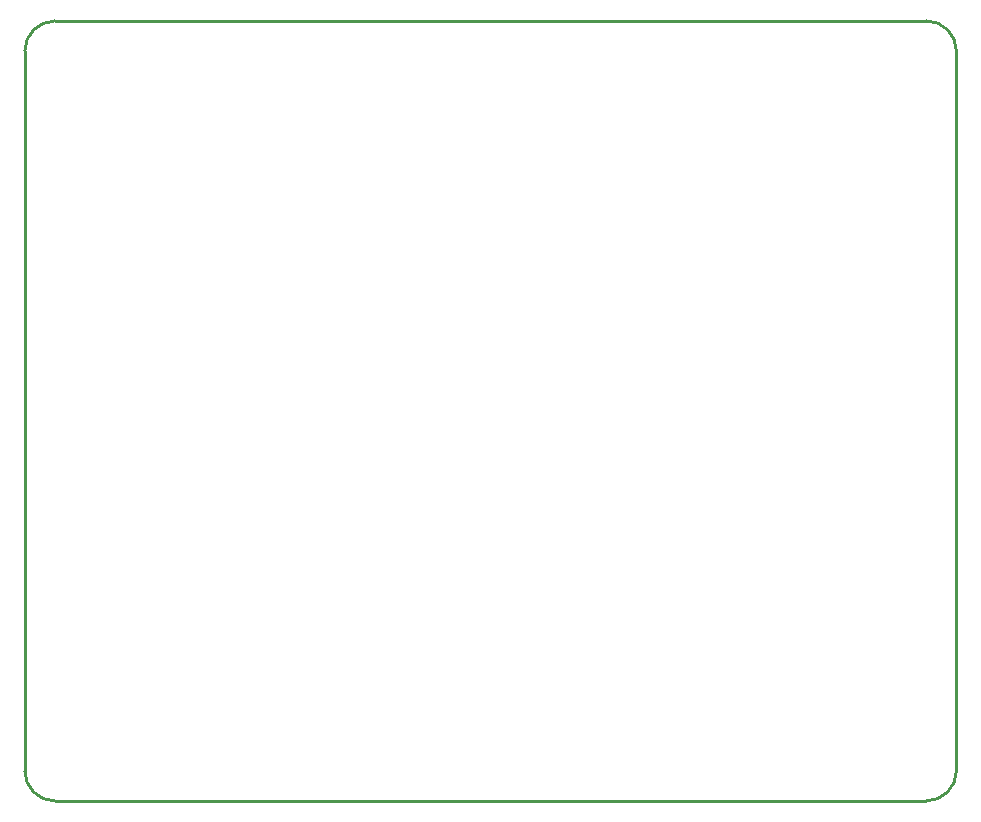
<source format=gko>
G04 Layer: BoardOutlineLayer*
G04 EasyEDA Pro v2.1.21.9b64d12f.b3811b, 2024-07-11 20:19:00*
G04 Gerber Generator version 0.3*
G04 Scale: 100 percent, Rotated: No, Reflected: No*
G04 Dimensions in millimeters*
G04 Leading zeros omitted, absolute positions, 3 integers and 3 decimals*
%FSLAX33Y33*%
%MOMM*%
%ADD10C,0.254*%
G75*


G04 Rect Start*
G54D10*
G01X35611Y-28956D02*
G01X35611Y-89916D01*
G03X38151Y-92456I2540J0D01*
G01X111938D01*
G03X114478Y-89916I0J2540D01*
G01Y-28956D01*
G03X111938Y-26416I-2540J0D01*
G01X38151D01*
G03X35611Y-28956I0J-2540D01*
G04 Rect End*

M02*

</source>
